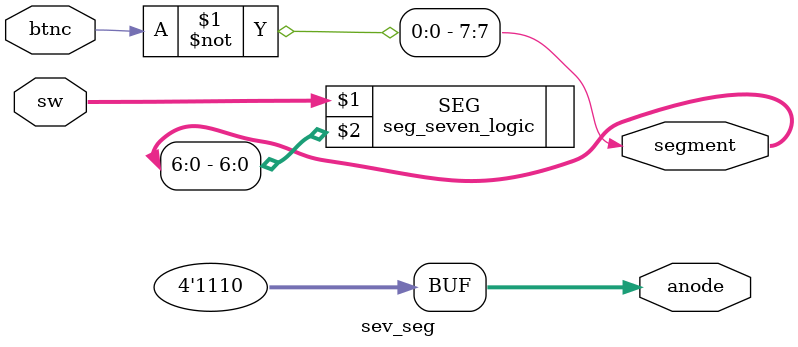
<source format=sv>
`default_nettype none
module sev_seg(
    input wire logic [3:0] sw,
    input wire logic btnc,
    output logic [7:0] segment,
    output logic [3:0] anode
    );
    
    seg_seven_logic SEG(sw, segment[6:0]);
    
    not(segment[7], btnc);
    
    assign anode = 4'b1110;
    
endmodule

</source>
